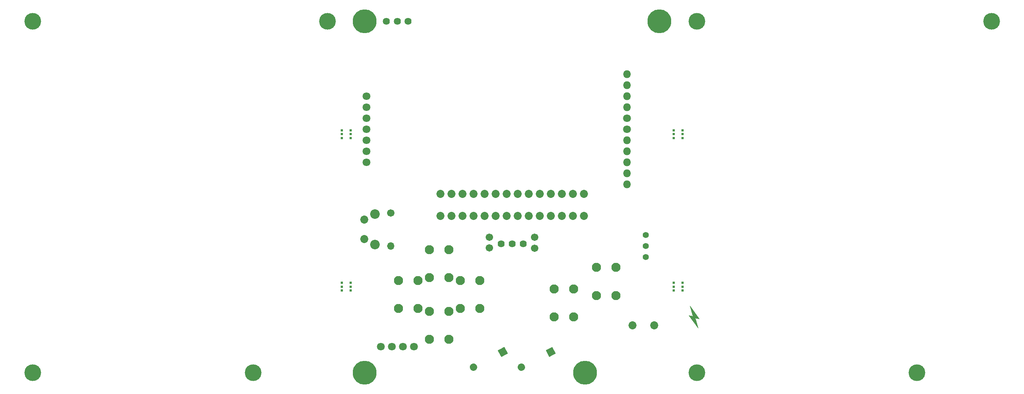
<source format=gbr>
G04 #@! TF.GenerationSoftware,KiCad,Pcbnew,(5.1.9-0-10_14)*
G04 #@! TF.CreationDate,2021-02-11T22:39:59-08:00*
G04 #@! TF.ProjectId,system,73797374-656d-42e6-9b69-6361645f7063,rev?*
G04 #@! TF.SameCoordinates,Original*
G04 #@! TF.FileFunction,Soldermask,Bot*
G04 #@! TF.FilePolarity,Negative*
%FSLAX46Y46*%
G04 Gerber Fmt 4.6, Leading zero omitted, Abs format (unit mm)*
G04 Created by KiCad (PCBNEW (5.1.9-0-10_14)) date 2021-02-11 22:39:59*
%MOMM*%
%LPD*%
G01*
G04 APERTURE LIST*
%ADD10C,0.100000*%
%ADD11C,2.101600*%
%ADD12C,3.851600*%
%ADD13C,1.851600*%
%ADD14C,1.401600*%
%ADD15C,0.609600*%
%ADD16O,1.801600X1.801600*%
%ADD17C,1.801600*%
%ADD18C,5.501599*%
%ADD19C,5.501600*%
%ADD20C,1.701600*%
%ADD21O,1.701600X1.701600*%
%ADD22C,1.625600*%
%ADD23C,2.201600*%
%ADD24C,1.621600*%
G04 APERTURE END LIST*
D10*
G36*
X182753000Y-138684000D02*
G01*
X181356000Y-138430000D01*
X180594000Y-135763000D01*
X182753000Y-138684000D01*
G37*
X182753000Y-138684000D02*
X181356000Y-138430000D01*
X180594000Y-135763000D01*
X182753000Y-138684000D01*
G36*
X181737000Y-138176000D02*
G01*
X182499000Y-140843000D01*
X180340000Y-137922000D01*
X181737000Y-138176000D01*
G37*
X181737000Y-138176000D02*
X182499000Y-140843000D01*
X180340000Y-137922000D01*
X181737000Y-138176000D01*
G36*
X182753000Y-138684000D02*
G01*
X181356000Y-138430000D01*
X180594000Y-135763000D01*
X182753000Y-138684000D01*
G37*
X182753000Y-138684000D02*
X181356000Y-138430000D01*
X180594000Y-135763000D01*
X182753000Y-138684000D01*
G36*
X181737000Y-138176000D02*
G01*
X182499000Y-140843000D01*
X180340000Y-137922000D01*
X181737000Y-138176000D01*
G37*
X181737000Y-138176000D02*
X182499000Y-140843000D01*
X180340000Y-137922000D01*
X181737000Y-138176000D01*
D11*
X153852000Y-138303000D03*
X149352000Y-138303000D03*
X153852000Y-131803000D03*
X149352000Y-131803000D03*
X163631000Y-133350000D03*
X159131000Y-133350000D03*
X163631000Y-126850000D03*
X159131000Y-126850000D03*
X125186000Y-129234000D03*
X120686000Y-129234000D03*
X125186000Y-122734000D03*
X120686000Y-122734000D03*
X120686000Y-136958000D03*
X125186000Y-136958000D03*
X120686000Y-143458000D03*
X125186000Y-143458000D03*
X118074000Y-136346000D03*
X113574000Y-136346000D03*
X118074000Y-129846000D03*
X113574000Y-129846000D03*
X127798000Y-129846000D03*
X132298000Y-129846000D03*
X127798000Y-136346000D03*
X132298000Y-136346000D03*
D12*
X249999500Y-70104000D03*
X232854500Y-151130000D03*
X182181500Y-70104000D03*
X182181500Y-151130000D03*
D13*
X156210000Y-109920000D03*
X153670000Y-109920000D03*
X151130000Y-109920000D03*
X148590000Y-109920000D03*
X146050000Y-109920000D03*
X143510000Y-109920000D03*
X140970000Y-109920000D03*
X138430000Y-109920000D03*
X135890000Y-109920000D03*
X133350000Y-109920000D03*
X130810000Y-109920000D03*
X128270000Y-109920000D03*
X125730000Y-109920000D03*
X123190000Y-109920000D03*
X123190000Y-115000000D03*
X125730000Y-115000000D03*
X128270000Y-115000000D03*
X130810000Y-115000000D03*
X133350000Y-115000000D03*
X135890000Y-115000000D03*
X156210000Y-115000000D03*
X153670000Y-115000000D03*
X151130000Y-115000000D03*
X148590000Y-115000000D03*
X146050000Y-115000000D03*
X143510000Y-115000000D03*
X138430000Y-115000000D03*
X140970000Y-115000000D03*
D14*
X170434000Y-121920000D03*
X170434000Y-124460000D03*
X170434000Y-119380000D03*
D12*
X97218500Y-70104000D03*
X80073500Y-151130000D03*
X29400500Y-70104000D03*
X29400500Y-151130000D03*
D15*
X178911000Y-131318000D03*
X178911000Y-130429000D03*
X178911000Y-132207000D03*
X176879000Y-130429000D03*
X176879000Y-131318000D03*
X176879000Y-132207000D03*
X176879000Y-97028000D03*
X176879000Y-96139000D03*
X176879000Y-95250000D03*
X178911000Y-97028000D03*
X178911000Y-95250000D03*
X178911000Y-96139000D03*
X100489000Y-96139000D03*
X100489000Y-97028000D03*
X100489000Y-95250000D03*
X102521000Y-97028000D03*
X102521000Y-96139000D03*
X102521000Y-95250000D03*
X102521000Y-130429000D03*
X102521000Y-131318000D03*
X102521000Y-132207000D03*
X100489000Y-130429000D03*
X100489000Y-132207000D03*
X100489000Y-131318000D03*
D16*
X166116000Y-107696000D03*
X166116000Y-97536000D03*
X166116000Y-105156000D03*
X166116000Y-100076000D03*
X166116000Y-102616000D03*
X166116000Y-82296000D03*
D17*
X166116000Y-94996000D03*
D16*
X166116000Y-84836000D03*
X166116000Y-87376000D03*
X166116000Y-89916000D03*
D17*
X166116000Y-92456000D03*
D18*
X105791000Y-151130000D03*
X105791000Y-70104000D03*
X156464000Y-151130000D03*
D19*
X173609000Y-70104000D03*
D13*
X172426000Y-140208000D03*
X167426000Y-140208000D03*
D20*
X134493000Y-119888000D03*
X134493000Y-122388000D03*
X144907000Y-119928000D03*
X144907000Y-122428000D03*
G36*
G01*
X142585646Y-149467144D02*
X142585646Y-149467144D01*
G75*
G02*
X142223833Y-150614669I-754669J-392856D01*
G01*
X142223833Y-150614669D01*
G75*
G02*
X141076308Y-150252856I-392856J754669D01*
G01*
X141076308Y-150252856D01*
G75*
G02*
X141438121Y-149105331I754669J392856D01*
G01*
X141438121Y-149105331D01*
G75*
G02*
X142585646Y-149467144I392856J-754669D01*
G01*
G37*
G36*
G01*
X148975270Y-145239011D02*
X149714068Y-146658229D01*
G75*
G02*
X149692465Y-146726746I-45060J-23457D01*
G01*
X148273247Y-147465544D01*
G75*
G02*
X148204730Y-147443941I-23457J45060D01*
G01*
X147465932Y-146024723D01*
G75*
G02*
X147487535Y-145956206I45060J23457D01*
G01*
X148906753Y-145217408D01*
G75*
G02*
X148975270Y-145239011I23457J-45060D01*
G01*
G37*
G36*
G01*
X137954293Y-145239011D02*
X138693091Y-146658229D01*
G75*
G02*
X138671488Y-146726746I-45060J-23457D01*
G01*
X137252270Y-147465544D01*
G75*
G02*
X137183753Y-147443941I-23457J45060D01*
G01*
X136444955Y-146024723D01*
G75*
G02*
X136466558Y-145956206I45060J23457D01*
G01*
X137885776Y-145217408D01*
G75*
G02*
X137954293Y-145239011I23457J-45060D01*
G01*
G37*
G36*
G01*
X131564669Y-149467144D02*
X131564669Y-149467144D01*
G75*
G02*
X131202856Y-150614669I-754669J-392856D01*
G01*
X131202856Y-150614669D01*
G75*
G02*
X130055331Y-150252856I-392856J754669D01*
G01*
X130055331Y-150252856D01*
G75*
G02*
X130417144Y-149105331I754669J392856D01*
G01*
X130417144Y-149105331D01*
G75*
G02*
X131564669Y-149467144I392856J-754669D01*
G01*
G37*
X111760000Y-114300000D03*
D21*
X111760000Y-121920000D03*
D22*
X110794800Y-70104000D03*
X113284000Y-70104000D03*
X115773200Y-70104000D03*
D23*
X108154000Y-121584000D03*
D13*
X105664000Y-120324000D03*
X105664000Y-115824000D03*
D23*
X108154000Y-114574000D03*
D17*
X114554000Y-145161000D03*
X112014000Y-145161000D03*
X117094000Y-145161000D03*
X109474000Y-145161000D03*
D24*
X137160000Y-121412000D03*
X142240000Y-121412000D03*
X139700000Y-121412000D03*
D17*
X106200000Y-102616000D03*
X106200000Y-100076000D03*
X106200000Y-97536000D03*
X106200000Y-94996000D03*
X106200000Y-92456000D03*
X106200000Y-89916000D03*
X106200000Y-87376000D03*
M02*

</source>
